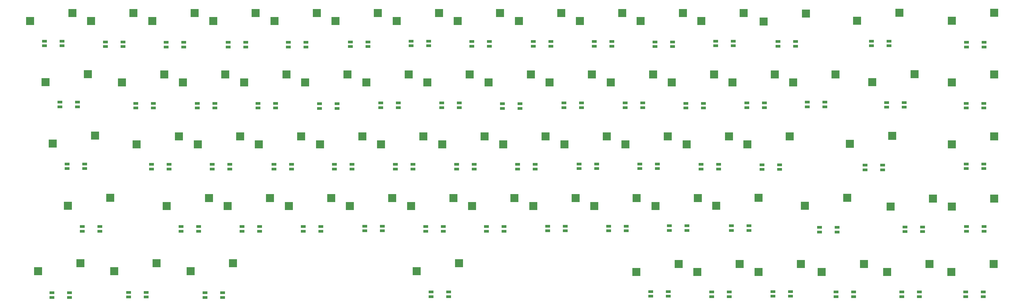
<source format=gbp>
G04 Layer: BottomPasteMaskLayer*
G04 EasyEDA v6.5.48, 2025-03-21 03:43:35*
G04 8df40c406dd64a40a88ac0f89ec13ad7,969951738f564c6b9e5867b4eeab67b3,10*
G04 Gerber Generator version 0.2*
G04 Scale: 100 percent, Rotated: No, Reflected: No *
G04 Dimensions in inches *
G04 leading zeros omitted , absolute positions ,3 integer and 6 decimal *
%FSLAX36Y36*%
%MOIN*%

%AMMACRO1*21,1,$1,$2,0,0,$3*%
%ADD10R,0.0630X0.0323*%
%ADD11MACRO1,0.0984X0.1004X0.0000*%

%LPD*%
D10*
G01*
X1260240Y-965470D03*
G01*
X1260240Y-1024529D03*
G01*
X1039759Y-1024529D03*
G01*
X1039759Y-965470D03*
G01*
X2495240Y-965470D03*
G01*
X2495240Y-1024529D03*
G01*
X2274759Y-1024529D03*
G01*
X2274759Y-965470D03*
G01*
X12325240Y-180470D03*
G01*
X12325240Y-239529D03*
G01*
X12104759Y-239529D03*
G01*
X12104759Y-180470D03*
G01*
X2125240Y-185470D03*
G01*
X2125240Y-244529D03*
G01*
X1904759Y-244529D03*
G01*
X1904759Y-185470D03*
G01*
X1070240Y-180470D03*
G01*
X1070240Y-239529D03*
G01*
X849759Y-239529D03*
G01*
X849759Y-180470D03*
G01*
X12320240Y-1785470D03*
G01*
X12320240Y-1844529D03*
G01*
X12099759Y-1844529D03*
G01*
X12099759Y-1785470D03*
G01*
X11520240Y-1785470D03*
G01*
X11520240Y-1844529D03*
G01*
X11299759Y-1844529D03*
G01*
X11299759Y-1785470D03*
G01*
X10695240Y-1785470D03*
G01*
X10695240Y-1844529D03*
G01*
X10474759Y-1844529D03*
G01*
X10474759Y-1785470D03*
G01*
X9905240Y-1780470D03*
G01*
X9905240Y-1839529D03*
G01*
X9684759Y-1839529D03*
G01*
X9684759Y-1780470D03*
G01*
X9140240Y-1785470D03*
G01*
X9140240Y-1844529D03*
G01*
X8919759Y-1844529D03*
G01*
X8919759Y-1785470D03*
G01*
X8375240Y-1780470D03*
G01*
X8375240Y-1839529D03*
G01*
X8154759Y-1839529D03*
G01*
X8154759Y-1780470D03*
G01*
X5625240Y-1785470D03*
G01*
X5625240Y-1844529D03*
G01*
X5404759Y-1844529D03*
G01*
X5404759Y-1785470D03*
G01*
X2795240Y-1795470D03*
G01*
X2795240Y-1854529D03*
G01*
X2574759Y-1854529D03*
G01*
X2574759Y-1795470D03*
G01*
X1840240Y-1790470D03*
G01*
X1840240Y-1849529D03*
G01*
X1619759Y-1849529D03*
G01*
X1619759Y-1790470D03*
G01*
X880240Y-1795470D03*
G01*
X880240Y-1854529D03*
G01*
X659760Y-1854529D03*
G01*
X659760Y-1795470D03*
G01*
X3260240Y-965470D03*
G01*
X3260240Y-1024529D03*
G01*
X3039759Y-1024529D03*
G01*
X3039759Y-965470D03*
G01*
X4025240Y-965470D03*
G01*
X4025240Y-1024529D03*
G01*
X3804759Y-1024529D03*
G01*
X3804759Y-965470D03*
G01*
X4795240Y-960470D03*
G01*
X4795240Y-1019529D03*
G01*
X4574759Y-1019529D03*
G01*
X4574759Y-960470D03*
G01*
X5560240Y-965470D03*
G01*
X5560240Y-1024529D03*
G01*
X5339759Y-1024529D03*
G01*
X5339759Y-965470D03*
G01*
X6320240Y-965470D03*
G01*
X6320240Y-1024529D03*
G01*
X6099759Y-1024529D03*
G01*
X6099759Y-965470D03*
G01*
X7085240Y-960470D03*
G01*
X7085240Y-1019529D03*
G01*
X6864759Y-1019529D03*
G01*
X6864759Y-960470D03*
G01*
X7850240Y-960470D03*
G01*
X7850240Y-1019529D03*
G01*
X7629759Y-1019529D03*
G01*
X7629759Y-960470D03*
G01*
X8610240Y-955470D03*
G01*
X8610240Y-1014529D03*
G01*
X8389759Y-1014529D03*
G01*
X8389759Y-955470D03*
G01*
X9385240Y-955470D03*
G01*
X9385240Y-1014529D03*
G01*
X9164759Y-1014529D03*
G01*
X9164759Y-955470D03*
G01*
X10490240Y-975470D03*
G01*
X10490240Y-1034529D03*
G01*
X10269759Y-1034529D03*
G01*
X10269759Y-975470D03*
G01*
X11560240Y-970470D03*
G01*
X11560240Y-1029529D03*
G01*
X11339759Y-1029529D03*
G01*
X11339759Y-970470D03*
G01*
X11060240Y-195470D03*
G01*
X11060240Y-254529D03*
G01*
X10839759Y-254529D03*
G01*
X10839759Y-195470D03*
G01*
X9770240Y-190470D03*
G01*
X9770240Y-249529D03*
G01*
X9549759Y-249529D03*
G01*
X9549759Y-190470D03*
G01*
X9005240Y-185470D03*
G01*
X9005240Y-244529D03*
G01*
X8784759Y-244529D03*
G01*
X8784759Y-185470D03*
G01*
X8240240Y-180470D03*
G01*
X8240240Y-239529D03*
G01*
X8019759Y-239529D03*
G01*
X8019759Y-180470D03*
G01*
X7480240Y-180470D03*
G01*
X7480240Y-239529D03*
G01*
X7259759Y-239529D03*
G01*
X7259759Y-180470D03*
G01*
X6710240Y-185470D03*
G01*
X6710240Y-244529D03*
G01*
X6489759Y-244529D03*
G01*
X6489759Y-185470D03*
G01*
X5945240Y-185470D03*
G01*
X5945240Y-244529D03*
G01*
X5724759Y-244529D03*
G01*
X5724759Y-185470D03*
G01*
X5180240Y-185470D03*
G01*
X5180240Y-244529D03*
G01*
X4959759Y-244529D03*
G01*
X4959759Y-185470D03*
G01*
X4415240Y-185470D03*
G01*
X4415240Y-244529D03*
G01*
X4194759Y-244529D03*
G01*
X4194759Y-185470D03*
G01*
X3660240Y-185470D03*
G01*
X3660240Y-244529D03*
G01*
X3439759Y-244529D03*
G01*
X3439759Y-185470D03*
G01*
X2885240Y-185470D03*
G01*
X2885240Y-244529D03*
G01*
X2664759Y-244529D03*
G01*
X2664759Y-185470D03*
G01*
X980240Y594529D03*
G01*
X980240Y535470D03*
G01*
X759760Y535470D03*
G01*
X759760Y594529D03*
G01*
X12330240Y-965470D03*
G01*
X12330240Y-1024529D03*
G01*
X12109759Y-1024529D03*
G01*
X12109759Y-965470D03*
G01*
X1930240Y579529D03*
G01*
X1930240Y520470D03*
G01*
X1709759Y520470D03*
G01*
X1709759Y579529D03*
G01*
X2700240Y579529D03*
G01*
X2700240Y520470D03*
G01*
X2479759Y520470D03*
G01*
X2479759Y579529D03*
G01*
X3460240Y579529D03*
G01*
X3460240Y520470D03*
G01*
X3239759Y520470D03*
G01*
X3239759Y579529D03*
G01*
X4230240Y574529D03*
G01*
X4230240Y515470D03*
G01*
X4009759Y515470D03*
G01*
X4009759Y574529D03*
G01*
X4995240Y584529D03*
G01*
X4995240Y525470D03*
G01*
X4774759Y525470D03*
G01*
X4774759Y584529D03*
G01*
X5760240Y584529D03*
G01*
X5760240Y525470D03*
G01*
X5539759Y525470D03*
G01*
X5539759Y584529D03*
G01*
X6520240Y574529D03*
G01*
X6520240Y515470D03*
G01*
X6299759Y515470D03*
G01*
X6299759Y574529D03*
G01*
X7290240Y584529D03*
G01*
X7290240Y525470D03*
G01*
X7069759Y525470D03*
G01*
X7069759Y584529D03*
G01*
X8055240Y584529D03*
G01*
X8055240Y525470D03*
G01*
X7834759Y525470D03*
G01*
X7834759Y584529D03*
G01*
X8815240Y579529D03*
G01*
X8815240Y520470D03*
G01*
X8594759Y520470D03*
G01*
X8594759Y579529D03*
G01*
X9580240Y584529D03*
G01*
X9580240Y525470D03*
G01*
X9359759Y525470D03*
G01*
X9359759Y584529D03*
G01*
X10335240Y594529D03*
G01*
X10335240Y535470D03*
G01*
X10114759Y535470D03*
G01*
X10114759Y594529D03*
G01*
X11330240Y589529D03*
G01*
X11330240Y530470D03*
G01*
X11109759Y530470D03*
G01*
X11109759Y589529D03*
G01*
X12325240Y579529D03*
G01*
X12325240Y520470D03*
G01*
X12104759Y520470D03*
G01*
X12104759Y579529D03*
G01*
X12330240Y1344529D03*
G01*
X12330240Y1285470D03*
G01*
X12109759Y1285470D03*
G01*
X12109759Y1344529D03*
G01*
X11140240Y1359529D03*
G01*
X11140240Y1300470D03*
G01*
X10919759Y1300470D03*
G01*
X10919759Y1359529D03*
G01*
X9970240Y1354529D03*
G01*
X9970240Y1295470D03*
G01*
X9749759Y1295470D03*
G01*
X9749759Y1354529D03*
G01*
X9190240Y1359529D03*
G01*
X9190240Y1300470D03*
G01*
X8969759Y1300470D03*
G01*
X8969759Y1359529D03*
G01*
X8430240Y1349529D03*
G01*
X8430240Y1290470D03*
G01*
X8209759Y1290470D03*
G01*
X8209759Y1349529D03*
G01*
X7670240Y1354529D03*
G01*
X7670240Y1295470D03*
G01*
X7449759Y1295470D03*
G01*
X7449759Y1354529D03*
G01*
X6905240Y1354529D03*
G01*
X6905240Y1295470D03*
G01*
X6684759Y1295470D03*
G01*
X6684759Y1354529D03*
G01*
X6135240Y1354529D03*
G01*
X6135240Y1295470D03*
G01*
X5914759Y1295470D03*
G01*
X5914759Y1354529D03*
G01*
X5375240Y1359529D03*
G01*
X5375240Y1300470D03*
G01*
X5154759Y1300470D03*
G01*
X5154759Y1359529D03*
G01*
X4615240Y1349529D03*
G01*
X4615240Y1290470D03*
G01*
X4394759Y1290470D03*
G01*
X4394759Y1349529D03*
G01*
X3840240Y1344529D03*
G01*
X3840240Y1285470D03*
G01*
X3619759Y1285470D03*
G01*
X3619759Y1344529D03*
G01*
X3085240Y1344529D03*
G01*
X3085240Y1285470D03*
G01*
X2864759Y1285470D03*
G01*
X2864759Y1344529D03*
G01*
X2310240Y1344529D03*
G01*
X2310240Y1285470D03*
G01*
X2089759Y1285470D03*
G01*
X2089759Y1344529D03*
G01*
X1550240Y1349529D03*
G01*
X1550240Y1290470D03*
G01*
X1329759Y1290470D03*
G01*
X1329759Y1349529D03*
G01*
X785240Y1359529D03*
G01*
X785240Y1300470D03*
G01*
X564760Y1300470D03*
G01*
X564760Y1359529D03*
D11*
G01*
X9365236Y65000D03*
G01*
X9894764Y165000D03*
G01*
X7450236Y-710000D03*
G01*
X7979764Y-610000D03*
G01*
X8215236Y-710000D03*
G01*
X8744764Y-610000D03*
G01*
X8975236Y-705000D03*
G01*
X9504764Y-605000D03*
G01*
X8605236Y65000D03*
G01*
X9134764Y165000D03*
G01*
X1720235Y65000D03*
G01*
X2249764Y165000D03*
G01*
X5155236Y-710000D03*
G01*
X5684764Y-610000D03*
G01*
X3625236Y-710000D03*
G01*
X4154764Y-610000D03*
G01*
X670235Y75000D03*
G01*
X1199764Y175000D03*
G01*
X3250236Y65000D03*
G01*
X3779764Y165000D03*
G01*
X11925236Y840000D03*
G01*
X12454764Y940000D03*
G01*
X11115236Y-1535000D03*
G01*
X11644764Y-1435000D03*
G01*
X11179764Y170000D03*
G01*
X10650236Y70000D03*
G01*
X4015236Y65000D03*
G01*
X4544764Y165000D03*
G01*
X8740236Y-1535000D03*
G01*
X9269764Y-1435000D03*
G01*
X4780236Y65000D03*
G01*
X5309764Y165000D03*
G01*
X5545236Y65000D03*
G01*
X6074764Y165000D03*
G01*
X6310236Y65000D03*
G01*
X6839764Y165000D03*
G01*
X7075236Y65000D03*
G01*
X7604764Y165000D03*
G01*
X7840236Y65000D03*
G01*
X8369764Y165000D03*
G01*
X2395236Y-1525000D03*
G01*
X2924764Y-1425000D03*
G01*
X10295236Y-1535000D03*
G01*
X10824764Y-1435000D03*
G01*
X485235Y-1525000D03*
G01*
X1014764Y-1425000D03*
G01*
X860235Y-705000D03*
G01*
X1389764Y-605000D03*
G01*
X6685236Y-710000D03*
G01*
X7214764Y-610000D03*
G01*
X5920236Y-710000D03*
G01*
X6449764Y-610000D03*
G01*
X11925236Y-715000D03*
G01*
X12454764Y-615000D03*
G01*
X11925236Y65000D03*
G01*
X12454764Y165000D03*
G01*
X7975236Y-1535000D03*
G01*
X8504764Y-1435000D03*
G01*
X11920236Y-1535000D03*
G01*
X12449764Y-1435000D03*
G01*
X9505236Y-1535000D03*
G01*
X10034764Y-1435000D03*
G01*
X10085236Y-705000D03*
G01*
X10614764Y-605000D03*
G01*
X2485236Y65000D03*
G01*
X3014764Y165000D03*
G01*
X5225236Y-1525000D03*
G01*
X5754764Y-1425000D03*
G01*
X11160236Y-715000D03*
G01*
X11689764Y-615000D03*
G01*
X4390236Y-710000D03*
G01*
X4919764Y-610000D03*
G01*
X1440235Y-1525000D03*
G01*
X1969764Y-1425000D03*
G01*
X2860236Y-710000D03*
G01*
X3389764Y-610000D03*
G01*
X2095235Y-710000D03*
G01*
X2624764Y-610000D03*
G01*
X10930236Y845000D03*
G01*
X11459764Y945000D03*
G01*
X9940236Y840000D03*
G01*
X10469764Y940000D03*
G01*
X8030236Y1610000D03*
G01*
X8559764Y1710000D03*
G01*
X1150235Y1610000D03*
G01*
X1679764Y1710000D03*
G01*
X1915235Y1610000D03*
G01*
X2444764Y1710000D03*
G01*
X2680236Y1610000D03*
G01*
X3209764Y1710000D03*
G01*
X3445236Y1610000D03*
G01*
X3974764Y1710000D03*
G01*
X4210236Y1610000D03*
G01*
X4739764Y1710000D03*
G01*
X4975236Y1610000D03*
G01*
X5504764Y1710000D03*
G01*
X5740236Y1610000D03*
G01*
X6269764Y1710000D03*
G01*
X6505236Y1610000D03*
G01*
X7034764Y1710000D03*
G01*
X7270236Y1610000D03*
G01*
X7799764Y1710000D03*
G01*
X11925236Y1615000D03*
G01*
X12454764Y1715000D03*
G01*
X9570236Y1605000D03*
G01*
X10099764Y1705000D03*
G01*
X8790236Y1610000D03*
G01*
X9319764Y1710000D03*
G01*
X10740236Y1615000D03*
G01*
X11269764Y1715000D03*
G01*
X3065236Y840000D03*
G01*
X3594764Y940000D03*
G01*
X385235Y1610000D03*
G01*
X914764Y1710000D03*
G01*
X6890236Y840000D03*
G01*
X7419764Y940000D03*
G01*
X7655236Y840000D03*
G01*
X8184764Y940000D03*
G01*
X8420236Y840000D03*
G01*
X8949764Y940000D03*
G01*
X1535235Y840000D03*
G01*
X2064764Y940000D03*
G01*
X3830236Y840000D03*
G01*
X4359764Y940000D03*
G01*
X4595236Y840000D03*
G01*
X5124764Y940000D03*
G01*
X580235Y845000D03*
G01*
X1109764Y945000D03*
G01*
X6125236Y840000D03*
G01*
X6654764Y940000D03*
G01*
X2300236Y840000D03*
G01*
X2829764Y940000D03*
G01*
X5360236Y840000D03*
G01*
X5889764Y940000D03*
G01*
X9180236Y840000D03*
G01*
X9709764Y940000D03*
M02*

</source>
